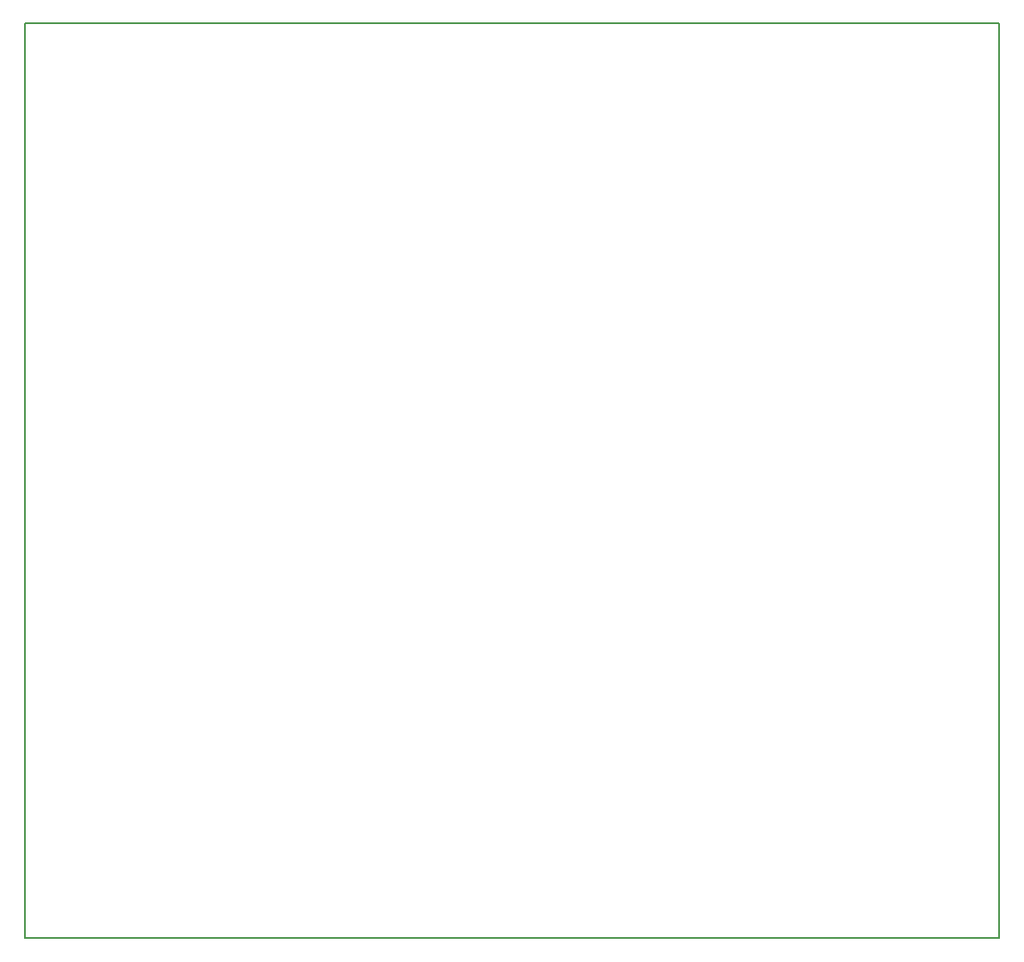
<source format=gbr>
G04 #@! TF.FileFunction,Profile,NP*
%FSLAX46Y46*%
G04 Gerber Fmt 4.6, Leading zero omitted, Abs format (unit mm)*
G04 Created by KiCad (PCBNEW 4.0.7-e2-6376~58~ubuntu16.04.1) date Thu Mar 22 00:37:00 2018*
%MOMM*%
%LPD*%
G01*
G04 APERTURE LIST*
%ADD10C,0.100000*%
%ADD11C,0.150000*%
G04 APERTURE END LIST*
D10*
D11*
X105000000Y-44830000D02*
X200885000Y-44830000D01*
X105000000Y-135000000D02*
X105000000Y-44830000D01*
X200890000Y-135000000D02*
X105000000Y-135000000D01*
X200890000Y-135000000D02*
X200890000Y-44830000D01*
M02*

</source>
